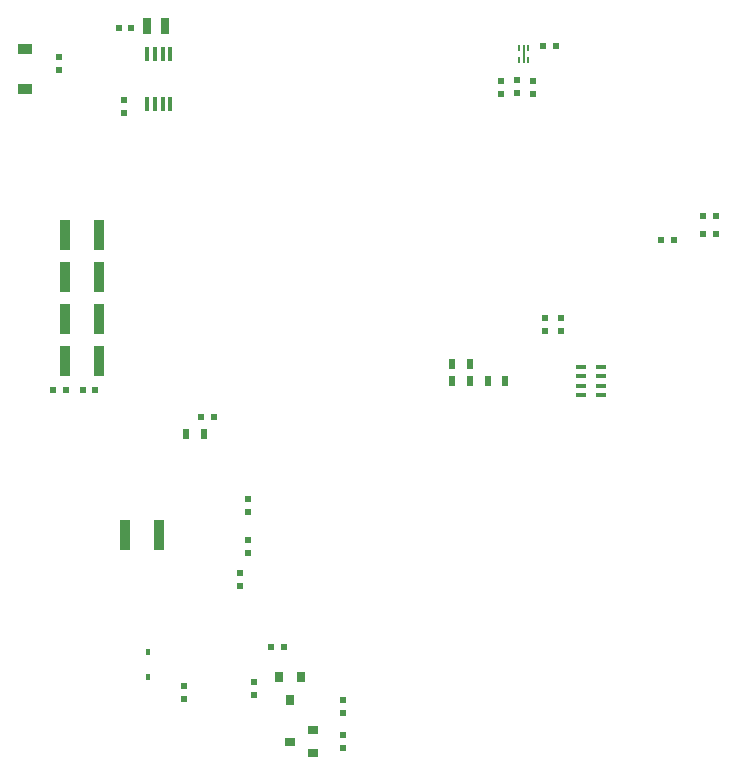
<source format=gbp>
G04 #@! TF.FileFunction,Paste,Bot*
%FSLAX46Y46*%
G04 Gerber Fmt 4.6, Leading zero omitted, Abs format (unit mm)*
G04 Created by KiCad (PCBNEW 4.0.6) date 09/14/17 13:16:33*
%MOMM*%
%LPD*%
G01*
G04 APERTURE LIST*
%ADD10C,0.100000*%
%ADD11R,0.599440X0.899160*%
%ADD12R,0.497840X0.599440*%
%ADD13R,0.899160X2.499360*%
%ADD14R,0.450000X0.590000*%
%ADD15R,0.599440X0.497840*%
%ADD16R,0.899160X0.419100*%
%ADD17R,0.797560X0.899160*%
%ADD18R,0.899160X0.797560*%
%ADD19R,0.450000X1.200000*%
%ADD20R,0.200000X0.600000*%
%ADD21R,0.200000X1.600000*%
%ADD22R,0.700000X1.400000*%
%ADD23R,1.198880X0.848360*%
G04 APERTURE END LIST*
D10*
D11*
X116249300Y-80500000D03*
X114750700Y-80500000D03*
D12*
X94548640Y-85000000D03*
X93451360Y-85000000D03*
D11*
X93749300Y-86500000D03*
X92250700Y-86500000D03*
D13*
X81991200Y-80264000D03*
X84886800Y-80264000D03*
X81991200Y-73152000D03*
X84886800Y-73152000D03*
X81991200Y-69596000D03*
X84886800Y-69596000D03*
X81991200Y-76708000D03*
X84886800Y-76708000D03*
X89947800Y-95000000D03*
X87052200Y-95000000D03*
D14*
X89000000Y-104945000D03*
X89000000Y-107055000D03*
D11*
X119249300Y-82000000D03*
X117750700Y-82000000D03*
X116249300Y-82000000D03*
X114750700Y-82000000D03*
D12*
X132451360Y-70000000D03*
X133548640Y-70000000D03*
X135951360Y-69500000D03*
X137048640Y-69500000D03*
X135951360Y-68000000D03*
X137048640Y-68000000D03*
X99451360Y-104500000D03*
X100548640Y-104500000D03*
D15*
X105500000Y-111951360D03*
X105500000Y-113048640D03*
X92075000Y-107782360D03*
X92075000Y-108879640D03*
X105500000Y-108951360D03*
X105500000Y-110048640D03*
X97500000Y-93048640D03*
X97500000Y-91951360D03*
D12*
X80951360Y-82700000D03*
X82048640Y-82700000D03*
X83451360Y-82700000D03*
X84548640Y-82700000D03*
D15*
X122618500Y-76667360D03*
X122618500Y-77764640D03*
X123952000Y-76667360D03*
X123952000Y-77764640D03*
X96774000Y-99354640D03*
X96774000Y-98257360D03*
X97500000Y-96548640D03*
X97500000Y-95451360D03*
X98000000Y-108548640D03*
X98000000Y-107451360D03*
D16*
X125643640Y-83170880D03*
X125643640Y-82370780D03*
X125643640Y-81573220D03*
X125643640Y-80773120D03*
X127340360Y-80773120D03*
X127340360Y-81573220D03*
X127340360Y-82370780D03*
X127340360Y-83170880D03*
D17*
X100050040Y-107001780D03*
X101949960Y-107001780D03*
X101000000Y-108998220D03*
D18*
X102998220Y-111550040D03*
X102998220Y-113449960D03*
X101001780Y-112500000D03*
D15*
X121600000Y-57648640D03*
X121600000Y-56551360D03*
X86950000Y-58151360D03*
X86950000Y-59248640D03*
D12*
X87598640Y-52100000D03*
X86501360Y-52100000D03*
D15*
X118850000Y-57648640D03*
X118850000Y-56551360D03*
X120250000Y-57598640D03*
X120250000Y-56501360D03*
D12*
X123548640Y-53600000D03*
X122451360Y-53600000D03*
D15*
X81450000Y-55648640D03*
X81450000Y-54551360D03*
D19*
X88925000Y-58500000D03*
X88925000Y-54300000D03*
X89575000Y-58500000D03*
X89575000Y-54300000D03*
X90225000Y-58500000D03*
X90225000Y-54300000D03*
X90875000Y-58500000D03*
X90875000Y-54300000D03*
D20*
X121200000Y-54800000D03*
X121200000Y-53800000D03*
D21*
X120800000Y-54300000D03*
D20*
X120400000Y-53800000D03*
X120400000Y-54800000D03*
D22*
X90400000Y-51950000D03*
X88900000Y-51950000D03*
D23*
X78550000Y-57223860D03*
X78550000Y-53876140D03*
M02*

</source>
